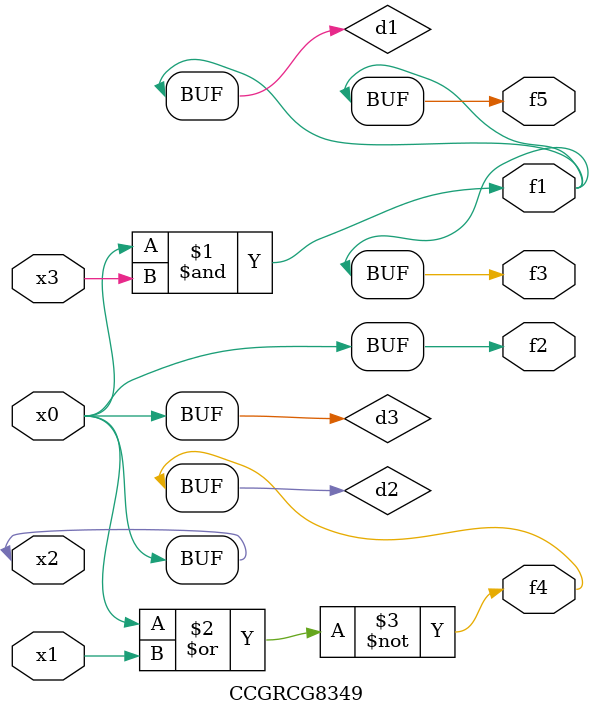
<source format=v>
module CCGRCG8349(
	input x0, x1, x2, x3,
	output f1, f2, f3, f4, f5
);

	wire d1, d2, d3;

	and (d1, x2, x3);
	nor (d2, x0, x1);
	buf (d3, x0, x2);
	assign f1 = d1;
	assign f2 = d3;
	assign f3 = d1;
	assign f4 = d2;
	assign f5 = d1;
endmodule

</source>
